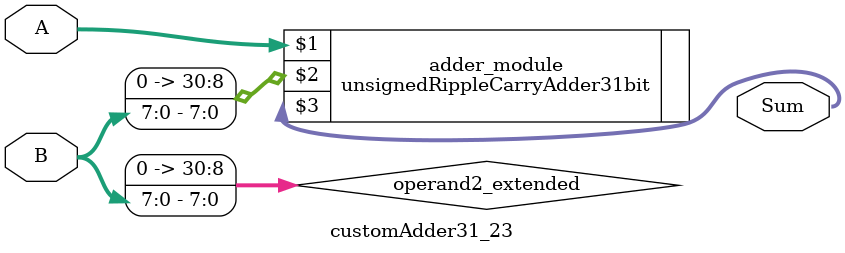
<source format=v>

module customAdder31_23(
                    input [30 : 0] A,
                    input [7 : 0] B,
                    
                    output [31 : 0] Sum
            );

    wire [30 : 0] operand2_extended;
    
    assign operand2_extended =  {23'b0, B};
    
    unsignedRippleCarryAdder31bit adder_module(
        A,
        operand2_extended,
        Sum
    );
    
endmodule
        
</source>
